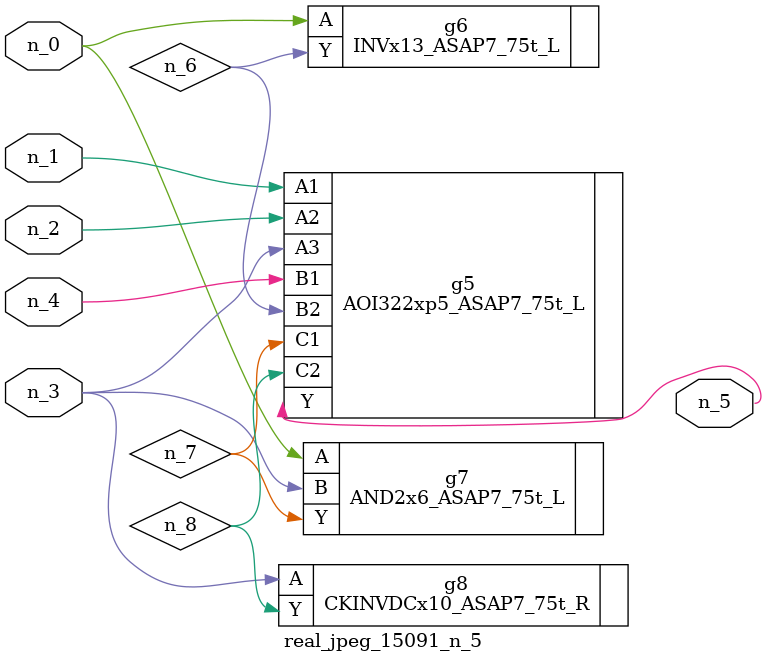
<source format=v>
module real_jpeg_15091_n_5 (n_4, n_0, n_1, n_2, n_3, n_5);

input n_4;
input n_0;
input n_1;
input n_2;
input n_3;

output n_5;

wire n_8;
wire n_6;
wire n_7;

INVx13_ASAP7_75t_L g6 ( 
.A(n_0),
.Y(n_6)
);

AND2x6_ASAP7_75t_L g7 ( 
.A(n_0),
.B(n_3),
.Y(n_7)
);

AOI322xp5_ASAP7_75t_L g5 ( 
.A1(n_1),
.A2(n_2),
.A3(n_3),
.B1(n_4),
.B2(n_6),
.C1(n_7),
.C2(n_8),
.Y(n_5)
);

CKINVDCx10_ASAP7_75t_R g8 ( 
.A(n_3),
.Y(n_8)
);


endmodule
</source>
